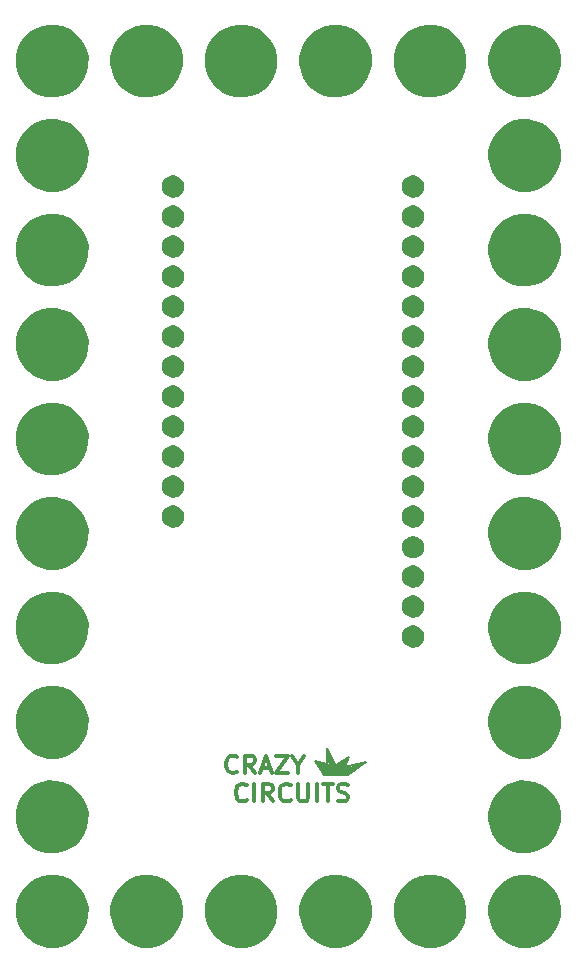
<source format=gts>
%TF.GenerationSoftware,KiCad,Pcbnew,4.0.7-e2-6376~58~ubuntu16.04.1*%
%TF.CreationDate,2018-02-08T08:24:49-08:00*%
%TF.ProjectId,6x10-Feather-Huzzah-ESP8266,367831302D466561746865722D48757A,1.0*%
%TF.FileFunction,Soldermask,Top*%
%FSLAX46Y46*%
G04 Gerber Fmt 4.6, Leading zero omitted, Abs format (unit mm)*
G04 Created by KiCad (PCBNEW 4.0.7-e2-6376~58~ubuntu16.04.1) date Thu Feb  8 08:24:49 2018*
%MOMM*%
%LPD*%
G01*
G04 APERTURE LIST*
%ADD10C,0.350000*%
%ADD11C,0.300000*%
%ADD12C,0.152400*%
%ADD13C,0.254000*%
G04 APERTURE END LIST*
D10*
D11*
X79211172Y-95861914D02*
X79139743Y-95933343D01*
X78925457Y-96004771D01*
X78782600Y-96004771D01*
X78568315Y-95933343D01*
X78425457Y-95790486D01*
X78354029Y-95647629D01*
X78282600Y-95361914D01*
X78282600Y-95147629D01*
X78354029Y-94861914D01*
X78425457Y-94719057D01*
X78568315Y-94576200D01*
X78782600Y-94504771D01*
X78925457Y-94504771D01*
X79139743Y-94576200D01*
X79211172Y-94647629D01*
X79854029Y-96004771D02*
X79854029Y-94504771D01*
X81425458Y-96004771D02*
X80925458Y-95290486D01*
X80568315Y-96004771D02*
X80568315Y-94504771D01*
X81139743Y-94504771D01*
X81282601Y-94576200D01*
X81354029Y-94647629D01*
X81425458Y-94790486D01*
X81425458Y-95004771D01*
X81354029Y-95147629D01*
X81282601Y-95219057D01*
X81139743Y-95290486D01*
X80568315Y-95290486D01*
X82925458Y-95861914D02*
X82854029Y-95933343D01*
X82639743Y-96004771D01*
X82496886Y-96004771D01*
X82282601Y-95933343D01*
X82139743Y-95790486D01*
X82068315Y-95647629D01*
X81996886Y-95361914D01*
X81996886Y-95147629D01*
X82068315Y-94861914D01*
X82139743Y-94719057D01*
X82282601Y-94576200D01*
X82496886Y-94504771D01*
X82639743Y-94504771D01*
X82854029Y-94576200D01*
X82925458Y-94647629D01*
X83568315Y-94504771D02*
X83568315Y-95719057D01*
X83639743Y-95861914D01*
X83711172Y-95933343D01*
X83854029Y-96004771D01*
X84139743Y-96004771D01*
X84282601Y-95933343D01*
X84354029Y-95861914D01*
X84425458Y-95719057D01*
X84425458Y-94504771D01*
X85139744Y-96004771D02*
X85139744Y-94504771D01*
X85639744Y-94504771D02*
X86496887Y-94504771D01*
X86068316Y-96004771D02*
X86068316Y-94504771D01*
X86925458Y-95933343D02*
X87139744Y-96004771D01*
X87496887Y-96004771D01*
X87639744Y-95933343D01*
X87711173Y-95861914D01*
X87782601Y-95719057D01*
X87782601Y-95576200D01*
X87711173Y-95433343D01*
X87639744Y-95361914D01*
X87496887Y-95290486D01*
X87211173Y-95219057D01*
X87068315Y-95147629D01*
X86996887Y-95076200D01*
X86925458Y-94933343D01*
X86925458Y-94790486D01*
X86996887Y-94647629D01*
X87068315Y-94576200D01*
X87211173Y-94504771D01*
X87568315Y-94504771D01*
X87782601Y-94576200D01*
X78410087Y-93474314D02*
X78338658Y-93545743D01*
X78124372Y-93617171D01*
X77981515Y-93617171D01*
X77767230Y-93545743D01*
X77624372Y-93402886D01*
X77552944Y-93260029D01*
X77481515Y-92974314D01*
X77481515Y-92760029D01*
X77552944Y-92474314D01*
X77624372Y-92331457D01*
X77767230Y-92188600D01*
X77981515Y-92117171D01*
X78124372Y-92117171D01*
X78338658Y-92188600D01*
X78410087Y-92260029D01*
X79910087Y-93617171D02*
X79410087Y-92902886D01*
X79052944Y-93617171D02*
X79052944Y-92117171D01*
X79624372Y-92117171D01*
X79767230Y-92188600D01*
X79838658Y-92260029D01*
X79910087Y-92402886D01*
X79910087Y-92617171D01*
X79838658Y-92760029D01*
X79767230Y-92831457D01*
X79624372Y-92902886D01*
X79052944Y-92902886D01*
X80481515Y-93188600D02*
X81195801Y-93188600D01*
X80338658Y-93617171D02*
X80838658Y-92117171D01*
X81338658Y-93617171D01*
X81695801Y-92117171D02*
X82695801Y-92117171D01*
X81695801Y-93617171D01*
X82695801Y-93617171D01*
X83552943Y-92902886D02*
X83552943Y-93617171D01*
X83052943Y-92117171D02*
X83552943Y-92902886D01*
X84052943Y-92117171D01*
D12*
X88900000Y-92773500D02*
X87757000Y-93726000D01*
X87566500Y-93726000D02*
X88900000Y-92773500D01*
X88519000Y-92900500D02*
X87566500Y-93726000D01*
X87439500Y-93662500D02*
X88519000Y-92900500D01*
X88328500Y-92964000D02*
X87439500Y-93662500D01*
X87185500Y-93726000D02*
X88328500Y-92964000D01*
X88011000Y-93091000D02*
X87185500Y-93726000D01*
X87058500Y-93662500D02*
X88011000Y-93091000D01*
X87820500Y-93091000D02*
X87058500Y-93662500D01*
X87058500Y-93535500D02*
X87820500Y-93091000D01*
X87566500Y-93091000D02*
X87058500Y-93535500D01*
X86995000Y-93408500D02*
X87566500Y-93091000D01*
X87566500Y-92900500D02*
X86995000Y-93408500D01*
X87566500Y-92773500D02*
X86931500Y-93281500D01*
X87693500Y-92583000D02*
X86868000Y-93154500D01*
X87693500Y-92456000D02*
X86868000Y-93027500D01*
D13*
X85852000Y-93662500D02*
X85217000Y-92773500D01*
D12*
X87757000Y-93789500D02*
X85788500Y-93789500D01*
X89344500Y-92646500D02*
X87757000Y-93789500D01*
X87566500Y-93091000D02*
X89344500Y-92646500D01*
X87884000Y-92202000D02*
X87566500Y-93091000D01*
X86804500Y-92900500D02*
X87884000Y-92202000D01*
X85979000Y-91440000D02*
X86804500Y-92964000D01*
X86042500Y-92837000D02*
X85979000Y-91440000D01*
X84963000Y-92583000D02*
X86042500Y-92837000D01*
X85788500Y-93789500D02*
X84963000Y-92583000D01*
D13*
X86042500Y-93662500D02*
X85407500Y-92773500D01*
X86233000Y-93662500D02*
X85661500Y-92837000D01*
X86360000Y-93662500D02*
X85915500Y-92900500D01*
X86614000Y-93662500D02*
X86169500Y-92837000D01*
X86804500Y-93662500D02*
X86233000Y-92583000D01*
X86995000Y-93662500D02*
X86106000Y-91948000D01*
X86169500Y-92646500D02*
X86106000Y-91821000D01*
D10*
G36*
X63067110Y-102233247D02*
X63658055Y-102354551D01*
X64214198Y-102588332D01*
X64714334Y-102925678D01*
X65139421Y-103353743D01*
X65473266Y-103856221D01*
X65703156Y-104413976D01*
X65820264Y-105005414D01*
X65820264Y-105005424D01*
X65820331Y-105005763D01*
X65810710Y-105694816D01*
X65810633Y-105695154D01*
X65810633Y-105695162D01*
X65677057Y-106283101D01*
X65431685Y-106834216D01*
X65083937Y-107327178D01*
X64647062Y-107743209D01*
X64137700Y-108066461D01*
X63575254Y-108284619D01*
X62981147Y-108389376D01*
X62378003Y-108376742D01*
X61788800Y-108247197D01*
X61235982Y-108005677D01*
X60740607Y-107661382D01*
X60321537Y-107227423D01*
X59994738Y-106720330D01*
X59772656Y-106159414D01*
X59663755Y-105566058D01*
X59672177Y-104962841D01*
X59797606Y-104372747D01*
X60035259Y-103818258D01*
X60376091Y-103320488D01*
X60807112Y-102898400D01*
X61311913Y-102568068D01*
X61871259Y-102342077D01*
X62463845Y-102229036D01*
X63067110Y-102233247D01*
X63067110Y-102233247D01*
G37*
G36*
X71066110Y-102233247D02*
X71657055Y-102354551D01*
X72213198Y-102588332D01*
X72713334Y-102925678D01*
X73138421Y-103353743D01*
X73472266Y-103856221D01*
X73702156Y-104413976D01*
X73819264Y-105005414D01*
X73819264Y-105005424D01*
X73819331Y-105005763D01*
X73809710Y-105694816D01*
X73809633Y-105695154D01*
X73809633Y-105695162D01*
X73676057Y-106283101D01*
X73430685Y-106834216D01*
X73082937Y-107327178D01*
X72646062Y-107743209D01*
X72136700Y-108066461D01*
X71574254Y-108284619D01*
X70980147Y-108389376D01*
X70377003Y-108376742D01*
X69787800Y-108247197D01*
X69234982Y-108005677D01*
X68739607Y-107661382D01*
X68320537Y-107227423D01*
X67993738Y-106720330D01*
X67771656Y-106159414D01*
X67662755Y-105566058D01*
X67671177Y-104962841D01*
X67796606Y-104372747D01*
X68034259Y-103818258D01*
X68375091Y-103320488D01*
X68806112Y-102898400D01*
X69310913Y-102568068D01*
X69870259Y-102342077D01*
X70462845Y-102229036D01*
X71066110Y-102233247D01*
X71066110Y-102233247D01*
G37*
G36*
X87066110Y-102233247D02*
X87657055Y-102354551D01*
X88213198Y-102588332D01*
X88713334Y-102925678D01*
X89138421Y-103353743D01*
X89472266Y-103856221D01*
X89702156Y-104413976D01*
X89819264Y-105005414D01*
X89819264Y-105005424D01*
X89819331Y-105005763D01*
X89809710Y-105694816D01*
X89809633Y-105695154D01*
X89809633Y-105695162D01*
X89676057Y-106283101D01*
X89430685Y-106834216D01*
X89082937Y-107327178D01*
X88646062Y-107743209D01*
X88136700Y-108066461D01*
X87574254Y-108284619D01*
X86980147Y-108389376D01*
X86377003Y-108376742D01*
X85787800Y-108247197D01*
X85234982Y-108005677D01*
X84739607Y-107661382D01*
X84320537Y-107227423D01*
X83993738Y-106720330D01*
X83771656Y-106159414D01*
X83662755Y-105566058D01*
X83671177Y-104962841D01*
X83796606Y-104372747D01*
X84034259Y-103818258D01*
X84375091Y-103320488D01*
X84806112Y-102898400D01*
X85310913Y-102568068D01*
X85870259Y-102342077D01*
X86462845Y-102229036D01*
X87066110Y-102233247D01*
X87066110Y-102233247D01*
G37*
G36*
X79066110Y-102233247D02*
X79657055Y-102354551D01*
X80213198Y-102588332D01*
X80713334Y-102925678D01*
X81138421Y-103353743D01*
X81472266Y-103856221D01*
X81702156Y-104413976D01*
X81819264Y-105005414D01*
X81819264Y-105005424D01*
X81819331Y-105005763D01*
X81809710Y-105694816D01*
X81809633Y-105695154D01*
X81809633Y-105695162D01*
X81676057Y-106283101D01*
X81430685Y-106834216D01*
X81082937Y-107327178D01*
X80646062Y-107743209D01*
X80136700Y-108066461D01*
X79574254Y-108284619D01*
X78980147Y-108389376D01*
X78377003Y-108376742D01*
X77787800Y-108247197D01*
X77234982Y-108005677D01*
X76739607Y-107661382D01*
X76320537Y-107227423D01*
X75993738Y-106720330D01*
X75771656Y-106159414D01*
X75662755Y-105566058D01*
X75671177Y-104962841D01*
X75796606Y-104372747D01*
X76034259Y-103818258D01*
X76375091Y-103320488D01*
X76806112Y-102898400D01*
X77310913Y-102568068D01*
X77870259Y-102342077D01*
X78462845Y-102229036D01*
X79066110Y-102233247D01*
X79066110Y-102233247D01*
G37*
G36*
X103066110Y-102233247D02*
X103657055Y-102354551D01*
X104213198Y-102588332D01*
X104713334Y-102925678D01*
X105138421Y-103353743D01*
X105472266Y-103856221D01*
X105702156Y-104413976D01*
X105819264Y-105005414D01*
X105819264Y-105005424D01*
X105819331Y-105005763D01*
X105809710Y-105694816D01*
X105809633Y-105695154D01*
X105809633Y-105695162D01*
X105676057Y-106283101D01*
X105430685Y-106834216D01*
X105082937Y-107327178D01*
X104646062Y-107743209D01*
X104136700Y-108066461D01*
X103574254Y-108284619D01*
X102980147Y-108389376D01*
X102377003Y-108376742D01*
X101787800Y-108247197D01*
X101234982Y-108005677D01*
X100739607Y-107661382D01*
X100320537Y-107227423D01*
X99993738Y-106720330D01*
X99771656Y-106159414D01*
X99662755Y-105566058D01*
X99671177Y-104962841D01*
X99796606Y-104372747D01*
X100034259Y-103818258D01*
X100375091Y-103320488D01*
X100806112Y-102898400D01*
X101310913Y-102568068D01*
X101870259Y-102342077D01*
X102462845Y-102229036D01*
X103066110Y-102233247D01*
X103066110Y-102233247D01*
G37*
G36*
X95066110Y-102233247D02*
X95657055Y-102354551D01*
X96213198Y-102588332D01*
X96713334Y-102925678D01*
X97138421Y-103353743D01*
X97472266Y-103856221D01*
X97702156Y-104413976D01*
X97819264Y-105005414D01*
X97819264Y-105005424D01*
X97819331Y-105005763D01*
X97809710Y-105694816D01*
X97809633Y-105695154D01*
X97809633Y-105695162D01*
X97676057Y-106283101D01*
X97430685Y-106834216D01*
X97082937Y-107327178D01*
X96646062Y-107743209D01*
X96136700Y-108066461D01*
X95574254Y-108284619D01*
X94980147Y-108389376D01*
X94377003Y-108376742D01*
X93787800Y-108247197D01*
X93234982Y-108005677D01*
X92739607Y-107661382D01*
X92320537Y-107227423D01*
X91993738Y-106720330D01*
X91771656Y-106159414D01*
X91662755Y-105566058D01*
X91671177Y-104962841D01*
X91796606Y-104372747D01*
X92034259Y-103818258D01*
X92375091Y-103320488D01*
X92806112Y-102898400D01*
X93310913Y-102568068D01*
X93870259Y-102342077D01*
X94462845Y-102229036D01*
X95066110Y-102233247D01*
X95066110Y-102233247D01*
G37*
G36*
X63067110Y-94233247D02*
X63658055Y-94354551D01*
X64214198Y-94588332D01*
X64714334Y-94925678D01*
X65139421Y-95353743D01*
X65473266Y-95856221D01*
X65703156Y-96413976D01*
X65820264Y-97005414D01*
X65820264Y-97005424D01*
X65820331Y-97005763D01*
X65810710Y-97694816D01*
X65810633Y-97695154D01*
X65810633Y-97695162D01*
X65677057Y-98283101D01*
X65431685Y-98834216D01*
X65083937Y-99327178D01*
X64647062Y-99743209D01*
X64137700Y-100066461D01*
X63575254Y-100284619D01*
X62981147Y-100389376D01*
X62378003Y-100376742D01*
X61788800Y-100247197D01*
X61235982Y-100005677D01*
X60740607Y-99661382D01*
X60321537Y-99227423D01*
X59994738Y-98720330D01*
X59772656Y-98159414D01*
X59663755Y-97566058D01*
X59672177Y-96962841D01*
X59797606Y-96372747D01*
X60035259Y-95818258D01*
X60376091Y-95320488D01*
X60807112Y-94898400D01*
X61311913Y-94568068D01*
X61871259Y-94342077D01*
X62463845Y-94229036D01*
X63067110Y-94233247D01*
X63067110Y-94233247D01*
G37*
G36*
X103066110Y-94233247D02*
X103657055Y-94354551D01*
X104213198Y-94588332D01*
X104713334Y-94925678D01*
X105138421Y-95353743D01*
X105472266Y-95856221D01*
X105702156Y-96413976D01*
X105819264Y-97005414D01*
X105819264Y-97005424D01*
X105819331Y-97005763D01*
X105809710Y-97694816D01*
X105809633Y-97695154D01*
X105809633Y-97695162D01*
X105676057Y-98283101D01*
X105430685Y-98834216D01*
X105082937Y-99327178D01*
X104646062Y-99743209D01*
X104136700Y-100066461D01*
X103574254Y-100284619D01*
X102980147Y-100389376D01*
X102377003Y-100376742D01*
X101787800Y-100247197D01*
X101234982Y-100005677D01*
X100739607Y-99661382D01*
X100320537Y-99227423D01*
X99993738Y-98720330D01*
X99771656Y-98159414D01*
X99662755Y-97566058D01*
X99671177Y-96962841D01*
X99796606Y-96372747D01*
X100034259Y-95818258D01*
X100375091Y-95320488D01*
X100806112Y-94898400D01*
X101310913Y-94568068D01*
X101870259Y-94342077D01*
X102462845Y-94229036D01*
X103066110Y-94233247D01*
X103066110Y-94233247D01*
G37*
G36*
X103066110Y-86233247D02*
X103657055Y-86354551D01*
X104213198Y-86588332D01*
X104713334Y-86925678D01*
X105138421Y-87353743D01*
X105472266Y-87856221D01*
X105702156Y-88413976D01*
X105819264Y-89005414D01*
X105819264Y-89005424D01*
X105819331Y-89005763D01*
X105809710Y-89694816D01*
X105809633Y-89695154D01*
X105809633Y-89695162D01*
X105676057Y-90283101D01*
X105430685Y-90834216D01*
X105082937Y-91327178D01*
X104646062Y-91743209D01*
X104136700Y-92066461D01*
X103574254Y-92284619D01*
X102980147Y-92389376D01*
X102377003Y-92376742D01*
X101787800Y-92247197D01*
X101234982Y-92005677D01*
X100739607Y-91661382D01*
X100320537Y-91227423D01*
X99993738Y-90720330D01*
X99771656Y-90159414D01*
X99662755Y-89566058D01*
X99671177Y-88962841D01*
X99796606Y-88372747D01*
X100034259Y-87818258D01*
X100375091Y-87320488D01*
X100806112Y-86898400D01*
X101310913Y-86568068D01*
X101870259Y-86342077D01*
X102462845Y-86229036D01*
X103066110Y-86233247D01*
X103066110Y-86233247D01*
G37*
G36*
X63067110Y-86233247D02*
X63658055Y-86354551D01*
X64214198Y-86588332D01*
X64714334Y-86925678D01*
X65139421Y-87353743D01*
X65473266Y-87856221D01*
X65703156Y-88413976D01*
X65820264Y-89005414D01*
X65820264Y-89005424D01*
X65820331Y-89005763D01*
X65810710Y-89694816D01*
X65810633Y-89695154D01*
X65810633Y-89695162D01*
X65677057Y-90283101D01*
X65431685Y-90834216D01*
X65083937Y-91327178D01*
X64647062Y-91743209D01*
X64137700Y-92066461D01*
X63575254Y-92284619D01*
X62981147Y-92389376D01*
X62378003Y-92376742D01*
X61788800Y-92247197D01*
X61235982Y-92005677D01*
X60740607Y-91661382D01*
X60321537Y-91227423D01*
X59994738Y-90720330D01*
X59772656Y-90159414D01*
X59663755Y-89566058D01*
X59672177Y-88962841D01*
X59797606Y-88372747D01*
X60035259Y-87818258D01*
X60376091Y-87320488D01*
X60807112Y-86898400D01*
X61311913Y-86568068D01*
X61871259Y-86342077D01*
X62463845Y-86229036D01*
X63067110Y-86233247D01*
X63067110Y-86233247D01*
G37*
G36*
X103066110Y-78233247D02*
X103657055Y-78354551D01*
X104213198Y-78588332D01*
X104713334Y-78925678D01*
X105138421Y-79353743D01*
X105472266Y-79856221D01*
X105702156Y-80413976D01*
X105819264Y-81005414D01*
X105819264Y-81005424D01*
X105819331Y-81005763D01*
X105809710Y-81694816D01*
X105809633Y-81695154D01*
X105809633Y-81695162D01*
X105676057Y-82283101D01*
X105430685Y-82834216D01*
X105082937Y-83327178D01*
X104646062Y-83743209D01*
X104136700Y-84066461D01*
X103574254Y-84284619D01*
X102980147Y-84389376D01*
X102377003Y-84376742D01*
X101787800Y-84247197D01*
X101234982Y-84005677D01*
X100739607Y-83661382D01*
X100320537Y-83227423D01*
X99993738Y-82720330D01*
X99771656Y-82159414D01*
X99662755Y-81566058D01*
X99671177Y-80962841D01*
X99796606Y-80372747D01*
X100034259Y-79818258D01*
X100375091Y-79320488D01*
X100806112Y-78898400D01*
X101310913Y-78568068D01*
X101870259Y-78342077D01*
X102462845Y-78229036D01*
X103066110Y-78233247D01*
X103066110Y-78233247D01*
G37*
G36*
X63067110Y-78233247D02*
X63658055Y-78354551D01*
X64214198Y-78588332D01*
X64714334Y-78925678D01*
X65139421Y-79353743D01*
X65473266Y-79856221D01*
X65703156Y-80413976D01*
X65820264Y-81005414D01*
X65820264Y-81005424D01*
X65820331Y-81005763D01*
X65810710Y-81694816D01*
X65810633Y-81695154D01*
X65810633Y-81695162D01*
X65677057Y-82283101D01*
X65431685Y-82834216D01*
X65083937Y-83327178D01*
X64647062Y-83743209D01*
X64137700Y-84066461D01*
X63575254Y-84284619D01*
X62981147Y-84389376D01*
X62378003Y-84376742D01*
X61788800Y-84247197D01*
X61235982Y-84005677D01*
X60740607Y-83661382D01*
X60321537Y-83227423D01*
X59994738Y-82720330D01*
X59772656Y-82159414D01*
X59663755Y-81566058D01*
X59672177Y-80962841D01*
X59797606Y-80372747D01*
X60035259Y-79818258D01*
X60376091Y-79320488D01*
X60807112Y-78898400D01*
X61311913Y-78568068D01*
X61871259Y-78342077D01*
X62463845Y-78229036D01*
X63067110Y-78233247D01*
X63067110Y-78233247D01*
G37*
G36*
X93389715Y-81105224D02*
X93570248Y-81142283D01*
X93740158Y-81213706D01*
X93892949Y-81316766D01*
X94022821Y-81447546D01*
X94124810Y-81601053D01*
X94195043Y-81771451D01*
X94230772Y-81951899D01*
X94230772Y-81951904D01*
X94230840Y-81952248D01*
X94227901Y-82162758D01*
X94227824Y-82163096D01*
X94227824Y-82163106D01*
X94187070Y-82342486D01*
X94112108Y-82510852D01*
X94005868Y-82661456D01*
X93872399Y-82788557D01*
X93716784Y-82887314D01*
X93544954Y-82953962D01*
X93363452Y-82985966D01*
X93179186Y-82982106D01*
X92999179Y-82942529D01*
X92830288Y-82868743D01*
X92678950Y-82763560D01*
X92550921Y-82630982D01*
X92451081Y-82476061D01*
X92383232Y-82304693D01*
X92349963Y-82123423D01*
X92352535Y-81939136D01*
X92390856Y-81758856D01*
X92463459Y-81589457D01*
X92567587Y-81437384D01*
X92699266Y-81308433D01*
X92853487Y-81207514D01*
X93024372Y-81138472D01*
X93205409Y-81103938D01*
X93389715Y-81105224D01*
X93389715Y-81105224D01*
G37*
G36*
X93389715Y-78565224D02*
X93570248Y-78602283D01*
X93740158Y-78673706D01*
X93892949Y-78776766D01*
X94022821Y-78907546D01*
X94124810Y-79061053D01*
X94195043Y-79231451D01*
X94230772Y-79411899D01*
X94230772Y-79411904D01*
X94230840Y-79412248D01*
X94227901Y-79622758D01*
X94227824Y-79623096D01*
X94227824Y-79623106D01*
X94187070Y-79802486D01*
X94112108Y-79970852D01*
X94005868Y-80121456D01*
X93872399Y-80248557D01*
X93716784Y-80347314D01*
X93544954Y-80413962D01*
X93363452Y-80445966D01*
X93179186Y-80442106D01*
X92999179Y-80402529D01*
X92830288Y-80328743D01*
X92678950Y-80223560D01*
X92550921Y-80090982D01*
X92451081Y-79936061D01*
X92383232Y-79764693D01*
X92349963Y-79583423D01*
X92352535Y-79399136D01*
X92390856Y-79218856D01*
X92463459Y-79049457D01*
X92567587Y-78897384D01*
X92699266Y-78768433D01*
X92853487Y-78667514D01*
X93024372Y-78598472D01*
X93205409Y-78563938D01*
X93389715Y-78565224D01*
X93389715Y-78565224D01*
G37*
G36*
X93389715Y-76025224D02*
X93570248Y-76062283D01*
X93740158Y-76133706D01*
X93892949Y-76236766D01*
X94022821Y-76367546D01*
X94124810Y-76521053D01*
X94195043Y-76691451D01*
X94230772Y-76871899D01*
X94230772Y-76871904D01*
X94230840Y-76872248D01*
X94227901Y-77082758D01*
X94227824Y-77083096D01*
X94227824Y-77083106D01*
X94187070Y-77262486D01*
X94112108Y-77430852D01*
X94005868Y-77581456D01*
X93872399Y-77708557D01*
X93716784Y-77807314D01*
X93544954Y-77873962D01*
X93363452Y-77905966D01*
X93179186Y-77902106D01*
X92999179Y-77862529D01*
X92830288Y-77788743D01*
X92678950Y-77683560D01*
X92550921Y-77550982D01*
X92451081Y-77396061D01*
X92383232Y-77224693D01*
X92349963Y-77043423D01*
X92352535Y-76859136D01*
X92390856Y-76678856D01*
X92463459Y-76509457D01*
X92567587Y-76357384D01*
X92699266Y-76228433D01*
X92853487Y-76127514D01*
X93024372Y-76058472D01*
X93205409Y-76023938D01*
X93389715Y-76025224D01*
X93389715Y-76025224D01*
G37*
G36*
X63066110Y-70233247D02*
X63657055Y-70354551D01*
X64213198Y-70588332D01*
X64713334Y-70925678D01*
X65138421Y-71353743D01*
X65472266Y-71856221D01*
X65702156Y-72413976D01*
X65819264Y-73005414D01*
X65819264Y-73005424D01*
X65819331Y-73005763D01*
X65809710Y-73694816D01*
X65809633Y-73695154D01*
X65809633Y-73695162D01*
X65676057Y-74283101D01*
X65430685Y-74834216D01*
X65082937Y-75327178D01*
X64646062Y-75743209D01*
X64136700Y-76066461D01*
X63574254Y-76284619D01*
X62980147Y-76389376D01*
X62377003Y-76376742D01*
X61787800Y-76247197D01*
X61234982Y-76005677D01*
X60739607Y-75661382D01*
X60320537Y-75227423D01*
X59993738Y-74720330D01*
X59771656Y-74159414D01*
X59662755Y-73566058D01*
X59671177Y-72962841D01*
X59796606Y-72372747D01*
X60034259Y-71818258D01*
X60375091Y-71320488D01*
X60806112Y-70898400D01*
X61310913Y-70568068D01*
X61870259Y-70342077D01*
X62462845Y-70229036D01*
X63066110Y-70233247D01*
X63066110Y-70233247D01*
G37*
G36*
X103066110Y-70233247D02*
X103657055Y-70354551D01*
X104213198Y-70588332D01*
X104713334Y-70925678D01*
X105138421Y-71353743D01*
X105472266Y-71856221D01*
X105702156Y-72413976D01*
X105819264Y-73005414D01*
X105819264Y-73005424D01*
X105819331Y-73005763D01*
X105809710Y-73694816D01*
X105809633Y-73695154D01*
X105809633Y-73695162D01*
X105676057Y-74283101D01*
X105430685Y-74834216D01*
X105082937Y-75327178D01*
X104646062Y-75743209D01*
X104136700Y-76066461D01*
X103574254Y-76284619D01*
X102980147Y-76389376D01*
X102377003Y-76376742D01*
X101787800Y-76247197D01*
X101234982Y-76005677D01*
X100739607Y-75661382D01*
X100320537Y-75227423D01*
X99993738Y-74720330D01*
X99771656Y-74159414D01*
X99662755Y-73566058D01*
X99671177Y-72962841D01*
X99796606Y-72372747D01*
X100034259Y-71818258D01*
X100375091Y-71320488D01*
X100806112Y-70898400D01*
X101310913Y-70568068D01*
X101870259Y-70342077D01*
X102462845Y-70229036D01*
X103066110Y-70233247D01*
X103066110Y-70233247D01*
G37*
G36*
X93389715Y-73546724D02*
X93570248Y-73583783D01*
X93740158Y-73655206D01*
X93892949Y-73758266D01*
X94022821Y-73889046D01*
X94124810Y-74042553D01*
X94195043Y-74212951D01*
X94230772Y-74393399D01*
X94230772Y-74393404D01*
X94230840Y-74393748D01*
X94227901Y-74604258D01*
X94227824Y-74604596D01*
X94227824Y-74604606D01*
X94187070Y-74783986D01*
X94112108Y-74952352D01*
X94005868Y-75102956D01*
X93872399Y-75230057D01*
X93716784Y-75328814D01*
X93544954Y-75395462D01*
X93363452Y-75427466D01*
X93179186Y-75423606D01*
X92999179Y-75384029D01*
X92830288Y-75310243D01*
X92678950Y-75205060D01*
X92550921Y-75072482D01*
X92451081Y-74917561D01*
X92383232Y-74746193D01*
X92349963Y-74564923D01*
X92352535Y-74380636D01*
X92390856Y-74200356D01*
X92463459Y-74030957D01*
X92567587Y-73878884D01*
X92699266Y-73749933D01*
X92853487Y-73649014D01*
X93024372Y-73579972D01*
X93205409Y-73545438D01*
X93389715Y-73546724D01*
X93389715Y-73546724D01*
G37*
G36*
X93389715Y-70945224D02*
X93570248Y-70982283D01*
X93740158Y-71053706D01*
X93892949Y-71156766D01*
X94022821Y-71287546D01*
X94124810Y-71441053D01*
X94195043Y-71611451D01*
X94230772Y-71791899D01*
X94230772Y-71791904D01*
X94230840Y-71792248D01*
X94227901Y-72002758D01*
X94227824Y-72003096D01*
X94227824Y-72003106D01*
X94187070Y-72182486D01*
X94112108Y-72350852D01*
X94005868Y-72501456D01*
X93872399Y-72628557D01*
X93716784Y-72727314D01*
X93544954Y-72793962D01*
X93363452Y-72825966D01*
X93179186Y-72822106D01*
X92999179Y-72782529D01*
X92830288Y-72708743D01*
X92678950Y-72603560D01*
X92550921Y-72470982D01*
X92451081Y-72316061D01*
X92383232Y-72144693D01*
X92349963Y-71963423D01*
X92352535Y-71779136D01*
X92390856Y-71598856D01*
X92463459Y-71429457D01*
X92567587Y-71277384D01*
X92699266Y-71148433D01*
X92853487Y-71047514D01*
X93024372Y-70978472D01*
X93205409Y-70943938D01*
X93389715Y-70945224D01*
X93389715Y-70945224D01*
G37*
G36*
X73069715Y-70945224D02*
X73250248Y-70982283D01*
X73420158Y-71053706D01*
X73572949Y-71156766D01*
X73702821Y-71287546D01*
X73804810Y-71441053D01*
X73875043Y-71611451D01*
X73910772Y-71791899D01*
X73910772Y-71791904D01*
X73910840Y-71792248D01*
X73907901Y-72002758D01*
X73907824Y-72003096D01*
X73907824Y-72003106D01*
X73867070Y-72182486D01*
X73792108Y-72350852D01*
X73685868Y-72501456D01*
X73552399Y-72628557D01*
X73396784Y-72727314D01*
X73224954Y-72793962D01*
X73043452Y-72825966D01*
X72859186Y-72822106D01*
X72679179Y-72782529D01*
X72510288Y-72708743D01*
X72358950Y-72603560D01*
X72230921Y-72470982D01*
X72131081Y-72316061D01*
X72063232Y-72144693D01*
X72029963Y-71963423D01*
X72032535Y-71779136D01*
X72070856Y-71598856D01*
X72143459Y-71429457D01*
X72247587Y-71277384D01*
X72379266Y-71148433D01*
X72533487Y-71047514D01*
X72704372Y-70978472D01*
X72885409Y-70943938D01*
X73069715Y-70945224D01*
X73069715Y-70945224D01*
G37*
G36*
X73069715Y-68405224D02*
X73250248Y-68442283D01*
X73420158Y-68513706D01*
X73572949Y-68616766D01*
X73702821Y-68747546D01*
X73804810Y-68901053D01*
X73875043Y-69071451D01*
X73910772Y-69251899D01*
X73910772Y-69251904D01*
X73910840Y-69252248D01*
X73907901Y-69462758D01*
X73907824Y-69463096D01*
X73907824Y-69463106D01*
X73867070Y-69642486D01*
X73792108Y-69810852D01*
X73685868Y-69961456D01*
X73552399Y-70088557D01*
X73396784Y-70187314D01*
X73224954Y-70253962D01*
X73043452Y-70285966D01*
X72859186Y-70282106D01*
X72679179Y-70242529D01*
X72510288Y-70168743D01*
X72358950Y-70063560D01*
X72230921Y-69930982D01*
X72131081Y-69776061D01*
X72063232Y-69604693D01*
X72029963Y-69423423D01*
X72032535Y-69239136D01*
X72070856Y-69058856D01*
X72143459Y-68889457D01*
X72247587Y-68737384D01*
X72379266Y-68608433D01*
X72533487Y-68507514D01*
X72704372Y-68438472D01*
X72885409Y-68403938D01*
X73069715Y-68405224D01*
X73069715Y-68405224D01*
G37*
G36*
X93389715Y-68405224D02*
X93570248Y-68442283D01*
X93740158Y-68513706D01*
X93892949Y-68616766D01*
X94022821Y-68747546D01*
X94124810Y-68901053D01*
X94195043Y-69071451D01*
X94230772Y-69251899D01*
X94230772Y-69251904D01*
X94230840Y-69252248D01*
X94227901Y-69462758D01*
X94227824Y-69463096D01*
X94227824Y-69463106D01*
X94187070Y-69642486D01*
X94112108Y-69810852D01*
X94005868Y-69961456D01*
X93872399Y-70088557D01*
X93716784Y-70187314D01*
X93544954Y-70253962D01*
X93363452Y-70285966D01*
X93179186Y-70282106D01*
X92999179Y-70242529D01*
X92830288Y-70168743D01*
X92678950Y-70063560D01*
X92550921Y-69930982D01*
X92451081Y-69776061D01*
X92383232Y-69604693D01*
X92349963Y-69423423D01*
X92352535Y-69239136D01*
X92390856Y-69058856D01*
X92463459Y-68889457D01*
X92567587Y-68737384D01*
X92699266Y-68608433D01*
X92853487Y-68507514D01*
X93024372Y-68438472D01*
X93205409Y-68403938D01*
X93389715Y-68405224D01*
X93389715Y-68405224D01*
G37*
G36*
X63067110Y-62233247D02*
X63658055Y-62354551D01*
X64214198Y-62588332D01*
X64714334Y-62925678D01*
X65139421Y-63353743D01*
X65473266Y-63856221D01*
X65703156Y-64413976D01*
X65820264Y-65005414D01*
X65820264Y-65005424D01*
X65820331Y-65005763D01*
X65810710Y-65694816D01*
X65810633Y-65695154D01*
X65810633Y-65695162D01*
X65677057Y-66283101D01*
X65431685Y-66834216D01*
X65083937Y-67327178D01*
X64647062Y-67743209D01*
X64137700Y-68066461D01*
X63575254Y-68284619D01*
X62981147Y-68389376D01*
X62378003Y-68376742D01*
X61788800Y-68247197D01*
X61235982Y-68005677D01*
X60740607Y-67661382D01*
X60321537Y-67227423D01*
X59994738Y-66720330D01*
X59772656Y-66159414D01*
X59663755Y-65566058D01*
X59672177Y-64962841D01*
X59797606Y-64372747D01*
X60035259Y-63818258D01*
X60376091Y-63320488D01*
X60807112Y-62898400D01*
X61311913Y-62568068D01*
X61871259Y-62342077D01*
X62463845Y-62229036D01*
X63067110Y-62233247D01*
X63067110Y-62233247D01*
G37*
G36*
X103066110Y-62233247D02*
X103657055Y-62354551D01*
X104213198Y-62588332D01*
X104713334Y-62925678D01*
X105138421Y-63353743D01*
X105472266Y-63856221D01*
X105702156Y-64413976D01*
X105819264Y-65005414D01*
X105819264Y-65005424D01*
X105819331Y-65005763D01*
X105809710Y-65694816D01*
X105809633Y-65695154D01*
X105809633Y-65695162D01*
X105676057Y-66283101D01*
X105430685Y-66834216D01*
X105082937Y-67327178D01*
X104646062Y-67743209D01*
X104136700Y-68066461D01*
X103574254Y-68284619D01*
X102980147Y-68389376D01*
X102377003Y-68376742D01*
X101787800Y-68247197D01*
X101234982Y-68005677D01*
X100739607Y-67661382D01*
X100320537Y-67227423D01*
X99993738Y-66720330D01*
X99771656Y-66159414D01*
X99662755Y-65566058D01*
X99671177Y-64962841D01*
X99796606Y-64372747D01*
X100034259Y-63818258D01*
X100375091Y-63320488D01*
X100806112Y-62898400D01*
X101310913Y-62568068D01*
X101870259Y-62342077D01*
X102462845Y-62229036D01*
X103066110Y-62233247D01*
X103066110Y-62233247D01*
G37*
G36*
X73069715Y-65865224D02*
X73250248Y-65902283D01*
X73420158Y-65973706D01*
X73572949Y-66076766D01*
X73702821Y-66207546D01*
X73804810Y-66361053D01*
X73875043Y-66531451D01*
X73910772Y-66711899D01*
X73910772Y-66711904D01*
X73910840Y-66712248D01*
X73907901Y-66922758D01*
X73907824Y-66923096D01*
X73907824Y-66923106D01*
X73867070Y-67102486D01*
X73792108Y-67270852D01*
X73685868Y-67421456D01*
X73552399Y-67548557D01*
X73396784Y-67647314D01*
X73224954Y-67713962D01*
X73043452Y-67745966D01*
X72859186Y-67742106D01*
X72679179Y-67702529D01*
X72510288Y-67628743D01*
X72358950Y-67523560D01*
X72230921Y-67390982D01*
X72131081Y-67236061D01*
X72063232Y-67064693D01*
X72029963Y-66883423D01*
X72032535Y-66699136D01*
X72070856Y-66518856D01*
X72143459Y-66349457D01*
X72247587Y-66197384D01*
X72379266Y-66068433D01*
X72533487Y-65967514D01*
X72704372Y-65898472D01*
X72885409Y-65863938D01*
X73069715Y-65865224D01*
X73069715Y-65865224D01*
G37*
G36*
X93389715Y-65865224D02*
X93570248Y-65902283D01*
X93740158Y-65973706D01*
X93892949Y-66076766D01*
X94022821Y-66207546D01*
X94124810Y-66361053D01*
X94195043Y-66531451D01*
X94230772Y-66711899D01*
X94230772Y-66711904D01*
X94230840Y-66712248D01*
X94227901Y-66922758D01*
X94227824Y-66923096D01*
X94227824Y-66923106D01*
X94187070Y-67102486D01*
X94112108Y-67270852D01*
X94005868Y-67421456D01*
X93872399Y-67548557D01*
X93716784Y-67647314D01*
X93544954Y-67713962D01*
X93363452Y-67745966D01*
X93179186Y-67742106D01*
X92999179Y-67702529D01*
X92830288Y-67628743D01*
X92678950Y-67523560D01*
X92550921Y-67390982D01*
X92451081Y-67236061D01*
X92383232Y-67064693D01*
X92349963Y-66883423D01*
X92352535Y-66699136D01*
X92390856Y-66518856D01*
X92463459Y-66349457D01*
X92567587Y-66197384D01*
X92699266Y-66068433D01*
X92853487Y-65967514D01*
X93024372Y-65898472D01*
X93205409Y-65863938D01*
X93389715Y-65865224D01*
X93389715Y-65865224D01*
G37*
G36*
X93389715Y-63325224D02*
X93570248Y-63362283D01*
X93740158Y-63433706D01*
X93892949Y-63536766D01*
X94022821Y-63667546D01*
X94124810Y-63821053D01*
X94195043Y-63991451D01*
X94230772Y-64171899D01*
X94230772Y-64171904D01*
X94230840Y-64172248D01*
X94227901Y-64382758D01*
X94227824Y-64383096D01*
X94227824Y-64383106D01*
X94187070Y-64562486D01*
X94112108Y-64730852D01*
X94005868Y-64881456D01*
X93872399Y-65008557D01*
X93716784Y-65107314D01*
X93544954Y-65173962D01*
X93363452Y-65205966D01*
X93179186Y-65202106D01*
X92999179Y-65162529D01*
X92830288Y-65088743D01*
X92678950Y-64983560D01*
X92550921Y-64850982D01*
X92451081Y-64696061D01*
X92383232Y-64524693D01*
X92349963Y-64343423D01*
X92352535Y-64159136D01*
X92390856Y-63978856D01*
X92463459Y-63809457D01*
X92567587Y-63657384D01*
X92699266Y-63528433D01*
X92853487Y-63427514D01*
X93024372Y-63358472D01*
X93205409Y-63323938D01*
X93389715Y-63325224D01*
X93389715Y-63325224D01*
G37*
G36*
X73069715Y-63325224D02*
X73250248Y-63362283D01*
X73420158Y-63433706D01*
X73572949Y-63536766D01*
X73702821Y-63667546D01*
X73804810Y-63821053D01*
X73875043Y-63991451D01*
X73910772Y-64171899D01*
X73910772Y-64171904D01*
X73910840Y-64172248D01*
X73907901Y-64382758D01*
X73907824Y-64383096D01*
X73907824Y-64383106D01*
X73867070Y-64562486D01*
X73792108Y-64730852D01*
X73685868Y-64881456D01*
X73552399Y-65008557D01*
X73396784Y-65107314D01*
X73224954Y-65173962D01*
X73043452Y-65205966D01*
X72859186Y-65202106D01*
X72679179Y-65162529D01*
X72510288Y-65088743D01*
X72358950Y-64983560D01*
X72230921Y-64850982D01*
X72131081Y-64696061D01*
X72063232Y-64524693D01*
X72029963Y-64343423D01*
X72032535Y-64159136D01*
X72070856Y-63978856D01*
X72143459Y-63809457D01*
X72247587Y-63657384D01*
X72379266Y-63528433D01*
X72533487Y-63427514D01*
X72704372Y-63358472D01*
X72885409Y-63323938D01*
X73069715Y-63325224D01*
X73069715Y-63325224D01*
G37*
G36*
X93389715Y-60785224D02*
X93570248Y-60822283D01*
X93740158Y-60893706D01*
X93892949Y-60996766D01*
X94022821Y-61127546D01*
X94124810Y-61281053D01*
X94195043Y-61451451D01*
X94230772Y-61631899D01*
X94230772Y-61631904D01*
X94230840Y-61632248D01*
X94227901Y-61842758D01*
X94227824Y-61843096D01*
X94227824Y-61843106D01*
X94187070Y-62022486D01*
X94112108Y-62190852D01*
X94005868Y-62341456D01*
X93872399Y-62468557D01*
X93716784Y-62567314D01*
X93544954Y-62633962D01*
X93363452Y-62665966D01*
X93179186Y-62662106D01*
X92999179Y-62622529D01*
X92830288Y-62548743D01*
X92678950Y-62443560D01*
X92550921Y-62310982D01*
X92451081Y-62156061D01*
X92383232Y-61984693D01*
X92349963Y-61803423D01*
X92352535Y-61619136D01*
X92390856Y-61438856D01*
X92463459Y-61269457D01*
X92567587Y-61117384D01*
X92699266Y-60988433D01*
X92853487Y-60887514D01*
X93024372Y-60818472D01*
X93205409Y-60783938D01*
X93389715Y-60785224D01*
X93389715Y-60785224D01*
G37*
G36*
X73069715Y-60785224D02*
X73250248Y-60822283D01*
X73420158Y-60893706D01*
X73572949Y-60996766D01*
X73702821Y-61127546D01*
X73804810Y-61281053D01*
X73875043Y-61451451D01*
X73910772Y-61631899D01*
X73910772Y-61631904D01*
X73910840Y-61632248D01*
X73907901Y-61842758D01*
X73907824Y-61843096D01*
X73907824Y-61843106D01*
X73867070Y-62022486D01*
X73792108Y-62190852D01*
X73685868Y-62341456D01*
X73552399Y-62468557D01*
X73396784Y-62567314D01*
X73224954Y-62633962D01*
X73043452Y-62665966D01*
X72859186Y-62662106D01*
X72679179Y-62622529D01*
X72510288Y-62548743D01*
X72358950Y-62443560D01*
X72230921Y-62310982D01*
X72131081Y-62156061D01*
X72063232Y-61984693D01*
X72029963Y-61803423D01*
X72032535Y-61619136D01*
X72070856Y-61438856D01*
X72143459Y-61269457D01*
X72247587Y-61117384D01*
X72379266Y-60988433D01*
X72533487Y-60887514D01*
X72704372Y-60818472D01*
X72885409Y-60783938D01*
X73069715Y-60785224D01*
X73069715Y-60785224D01*
G37*
G36*
X63066110Y-54233247D02*
X63657055Y-54354551D01*
X64213198Y-54588332D01*
X64713334Y-54925678D01*
X65138421Y-55353743D01*
X65472266Y-55856221D01*
X65702156Y-56413976D01*
X65819264Y-57005414D01*
X65819264Y-57005424D01*
X65819331Y-57005763D01*
X65809710Y-57694816D01*
X65809633Y-57695154D01*
X65809633Y-57695162D01*
X65676057Y-58283101D01*
X65430685Y-58834216D01*
X65082937Y-59327178D01*
X64646062Y-59743209D01*
X64136700Y-60066461D01*
X63574254Y-60284619D01*
X62980147Y-60389376D01*
X62377003Y-60376742D01*
X61787800Y-60247197D01*
X61234982Y-60005677D01*
X60739607Y-59661382D01*
X60320537Y-59227423D01*
X59993738Y-58720330D01*
X59771656Y-58159414D01*
X59662755Y-57566058D01*
X59671177Y-56962841D01*
X59796606Y-56372747D01*
X60034259Y-55818258D01*
X60375091Y-55320488D01*
X60806112Y-54898400D01*
X61310913Y-54568068D01*
X61870259Y-54342077D01*
X62462845Y-54229036D01*
X63066110Y-54233247D01*
X63066110Y-54233247D01*
G37*
G36*
X103066110Y-54233247D02*
X103657055Y-54354551D01*
X104213198Y-54588332D01*
X104713334Y-54925678D01*
X105138421Y-55353743D01*
X105472266Y-55856221D01*
X105702156Y-56413976D01*
X105819264Y-57005414D01*
X105819264Y-57005424D01*
X105819331Y-57005763D01*
X105809710Y-57694816D01*
X105809633Y-57695154D01*
X105809633Y-57695162D01*
X105676057Y-58283101D01*
X105430685Y-58834216D01*
X105082937Y-59327178D01*
X104646062Y-59743209D01*
X104136700Y-60066461D01*
X103574254Y-60284619D01*
X102980147Y-60389376D01*
X102377003Y-60376742D01*
X101787800Y-60247197D01*
X101234982Y-60005677D01*
X100739607Y-59661382D01*
X100320537Y-59227423D01*
X99993738Y-58720330D01*
X99771656Y-58159414D01*
X99662755Y-57566058D01*
X99671177Y-56962841D01*
X99796606Y-56372747D01*
X100034259Y-55818258D01*
X100375091Y-55320488D01*
X100806112Y-54898400D01*
X101310913Y-54568068D01*
X101870259Y-54342077D01*
X102462845Y-54229036D01*
X103066110Y-54233247D01*
X103066110Y-54233247D01*
G37*
G36*
X73069715Y-58245224D02*
X73250248Y-58282283D01*
X73420158Y-58353706D01*
X73572949Y-58456766D01*
X73702821Y-58587546D01*
X73804810Y-58741053D01*
X73875043Y-58911451D01*
X73910772Y-59091899D01*
X73910772Y-59091904D01*
X73910840Y-59092248D01*
X73907901Y-59302758D01*
X73907824Y-59303096D01*
X73907824Y-59303106D01*
X73867070Y-59482486D01*
X73792108Y-59650852D01*
X73685868Y-59801456D01*
X73552399Y-59928557D01*
X73396784Y-60027314D01*
X73224954Y-60093962D01*
X73043452Y-60125966D01*
X72859186Y-60122106D01*
X72679179Y-60082529D01*
X72510288Y-60008743D01*
X72358950Y-59903560D01*
X72230921Y-59770982D01*
X72131081Y-59616061D01*
X72063232Y-59444693D01*
X72029963Y-59263423D01*
X72032535Y-59079136D01*
X72070856Y-58898856D01*
X72143459Y-58729457D01*
X72247587Y-58577384D01*
X72379266Y-58448433D01*
X72533487Y-58347514D01*
X72704372Y-58278472D01*
X72885409Y-58243938D01*
X73069715Y-58245224D01*
X73069715Y-58245224D01*
G37*
G36*
X93389715Y-58245224D02*
X93570248Y-58282283D01*
X93740158Y-58353706D01*
X93892949Y-58456766D01*
X94022821Y-58587546D01*
X94124810Y-58741053D01*
X94195043Y-58911451D01*
X94230772Y-59091899D01*
X94230772Y-59091904D01*
X94230840Y-59092248D01*
X94227901Y-59302758D01*
X94227824Y-59303096D01*
X94227824Y-59303106D01*
X94187070Y-59482486D01*
X94112108Y-59650852D01*
X94005868Y-59801456D01*
X93872399Y-59928557D01*
X93716784Y-60027314D01*
X93544954Y-60093962D01*
X93363452Y-60125966D01*
X93179186Y-60122106D01*
X92999179Y-60082529D01*
X92830288Y-60008743D01*
X92678950Y-59903560D01*
X92550921Y-59770982D01*
X92451081Y-59616061D01*
X92383232Y-59444693D01*
X92349963Y-59263423D01*
X92352535Y-59079136D01*
X92390856Y-58898856D01*
X92463459Y-58729457D01*
X92567587Y-58577384D01*
X92699266Y-58448433D01*
X92853487Y-58347514D01*
X93024372Y-58278472D01*
X93205409Y-58243938D01*
X93389715Y-58245224D01*
X93389715Y-58245224D01*
G37*
G36*
X73069715Y-55705224D02*
X73250248Y-55742283D01*
X73420158Y-55813706D01*
X73572949Y-55916766D01*
X73702821Y-56047546D01*
X73804810Y-56201053D01*
X73875043Y-56371451D01*
X73910772Y-56551899D01*
X73910772Y-56551904D01*
X73910840Y-56552248D01*
X73907901Y-56762758D01*
X73907824Y-56763096D01*
X73907824Y-56763106D01*
X73867070Y-56942486D01*
X73792108Y-57110852D01*
X73685868Y-57261456D01*
X73552399Y-57388557D01*
X73396784Y-57487314D01*
X73224954Y-57553962D01*
X73043452Y-57585966D01*
X72859186Y-57582106D01*
X72679179Y-57542529D01*
X72510288Y-57468743D01*
X72358950Y-57363560D01*
X72230921Y-57230982D01*
X72131081Y-57076061D01*
X72063232Y-56904693D01*
X72029963Y-56723423D01*
X72032535Y-56539136D01*
X72070856Y-56358856D01*
X72143459Y-56189457D01*
X72247587Y-56037384D01*
X72379266Y-55908433D01*
X72533487Y-55807514D01*
X72704372Y-55738472D01*
X72885409Y-55703938D01*
X73069715Y-55705224D01*
X73069715Y-55705224D01*
G37*
G36*
X93389715Y-55705224D02*
X93570248Y-55742283D01*
X93740158Y-55813706D01*
X93892949Y-55916766D01*
X94022821Y-56047546D01*
X94124810Y-56201053D01*
X94195043Y-56371451D01*
X94230772Y-56551899D01*
X94230772Y-56551904D01*
X94230840Y-56552248D01*
X94227901Y-56762758D01*
X94227824Y-56763096D01*
X94227824Y-56763106D01*
X94187070Y-56942486D01*
X94112108Y-57110852D01*
X94005868Y-57261456D01*
X93872399Y-57388557D01*
X93716784Y-57487314D01*
X93544954Y-57553962D01*
X93363452Y-57585966D01*
X93179186Y-57582106D01*
X92999179Y-57542529D01*
X92830288Y-57468743D01*
X92678950Y-57363560D01*
X92550921Y-57230982D01*
X92451081Y-57076061D01*
X92383232Y-56904693D01*
X92349963Y-56723423D01*
X92352535Y-56539136D01*
X92390856Y-56358856D01*
X92463459Y-56189457D01*
X92567587Y-56037384D01*
X92699266Y-55908433D01*
X92853487Y-55807514D01*
X93024372Y-55738472D01*
X93205409Y-55703938D01*
X93389715Y-55705224D01*
X93389715Y-55705224D01*
G37*
G36*
X73069715Y-53165224D02*
X73250248Y-53202283D01*
X73420158Y-53273706D01*
X73572949Y-53376766D01*
X73702821Y-53507546D01*
X73804810Y-53661053D01*
X73875043Y-53831451D01*
X73910772Y-54011899D01*
X73910772Y-54011904D01*
X73910840Y-54012248D01*
X73907901Y-54222758D01*
X73907824Y-54223096D01*
X73907824Y-54223106D01*
X73867070Y-54402486D01*
X73792108Y-54570852D01*
X73685868Y-54721456D01*
X73552399Y-54848557D01*
X73396784Y-54947314D01*
X73224954Y-55013962D01*
X73043452Y-55045966D01*
X72859186Y-55042106D01*
X72679179Y-55002529D01*
X72510288Y-54928743D01*
X72358950Y-54823560D01*
X72230921Y-54690982D01*
X72131081Y-54536061D01*
X72063232Y-54364693D01*
X72029963Y-54183423D01*
X72032535Y-53999136D01*
X72070856Y-53818856D01*
X72143459Y-53649457D01*
X72247587Y-53497384D01*
X72379266Y-53368433D01*
X72533487Y-53267514D01*
X72704372Y-53198472D01*
X72885409Y-53163938D01*
X73069715Y-53165224D01*
X73069715Y-53165224D01*
G37*
G36*
X93389715Y-53165224D02*
X93570248Y-53202283D01*
X93740158Y-53273706D01*
X93892949Y-53376766D01*
X94022821Y-53507546D01*
X94124810Y-53661053D01*
X94195043Y-53831451D01*
X94230772Y-54011899D01*
X94230772Y-54011904D01*
X94230840Y-54012248D01*
X94227901Y-54222758D01*
X94227824Y-54223096D01*
X94227824Y-54223106D01*
X94187070Y-54402486D01*
X94112108Y-54570852D01*
X94005868Y-54721456D01*
X93872399Y-54848557D01*
X93716784Y-54947314D01*
X93544954Y-55013962D01*
X93363452Y-55045966D01*
X93179186Y-55042106D01*
X92999179Y-55002529D01*
X92830288Y-54928743D01*
X92678950Y-54823560D01*
X92550921Y-54690982D01*
X92451081Y-54536061D01*
X92383232Y-54364693D01*
X92349963Y-54183423D01*
X92352535Y-53999136D01*
X92390856Y-53818856D01*
X92463459Y-53649457D01*
X92567587Y-53497384D01*
X92699266Y-53368433D01*
X92853487Y-53267514D01*
X93024372Y-53198472D01*
X93205409Y-53163938D01*
X93389715Y-53165224D01*
X93389715Y-53165224D01*
G37*
G36*
X93389715Y-50625224D02*
X93570248Y-50662283D01*
X93740158Y-50733706D01*
X93892949Y-50836766D01*
X94022821Y-50967546D01*
X94124810Y-51121053D01*
X94195043Y-51291451D01*
X94230772Y-51471899D01*
X94230772Y-51471904D01*
X94230840Y-51472248D01*
X94227901Y-51682758D01*
X94227824Y-51683096D01*
X94227824Y-51683106D01*
X94187070Y-51862486D01*
X94112108Y-52030852D01*
X94005868Y-52181456D01*
X93872399Y-52308557D01*
X93716784Y-52407314D01*
X93544954Y-52473962D01*
X93363452Y-52505966D01*
X93179186Y-52502106D01*
X92999179Y-52462529D01*
X92830288Y-52388743D01*
X92678950Y-52283560D01*
X92550921Y-52150982D01*
X92451081Y-51996061D01*
X92383232Y-51824693D01*
X92349963Y-51643423D01*
X92352535Y-51459136D01*
X92390856Y-51278856D01*
X92463459Y-51109457D01*
X92567587Y-50957384D01*
X92699266Y-50828433D01*
X92853487Y-50727514D01*
X93024372Y-50658472D01*
X93205409Y-50623938D01*
X93389715Y-50625224D01*
X93389715Y-50625224D01*
G37*
G36*
X73069715Y-50625224D02*
X73250248Y-50662283D01*
X73420158Y-50733706D01*
X73572949Y-50836766D01*
X73702821Y-50967546D01*
X73804810Y-51121053D01*
X73875043Y-51291451D01*
X73910772Y-51471899D01*
X73910772Y-51471904D01*
X73910840Y-51472248D01*
X73907901Y-51682758D01*
X73907824Y-51683096D01*
X73907824Y-51683106D01*
X73867070Y-51862486D01*
X73792108Y-52030852D01*
X73685868Y-52181456D01*
X73552399Y-52308557D01*
X73396784Y-52407314D01*
X73224954Y-52473962D01*
X73043452Y-52505966D01*
X72859186Y-52502106D01*
X72679179Y-52462529D01*
X72510288Y-52388743D01*
X72358950Y-52283560D01*
X72230921Y-52150982D01*
X72131081Y-51996061D01*
X72063232Y-51824693D01*
X72029963Y-51643423D01*
X72032535Y-51459136D01*
X72070856Y-51278856D01*
X72143459Y-51109457D01*
X72247587Y-50957384D01*
X72379266Y-50828433D01*
X72533487Y-50727514D01*
X72704372Y-50658472D01*
X72885409Y-50623938D01*
X73069715Y-50625224D01*
X73069715Y-50625224D01*
G37*
G36*
X103066110Y-46233247D02*
X103657055Y-46354551D01*
X104213198Y-46588332D01*
X104713334Y-46925678D01*
X105138421Y-47353743D01*
X105472266Y-47856221D01*
X105702156Y-48413976D01*
X105819264Y-49005414D01*
X105819264Y-49005424D01*
X105819331Y-49005763D01*
X105809710Y-49694816D01*
X105809633Y-49695154D01*
X105809633Y-49695162D01*
X105676057Y-50283101D01*
X105430685Y-50834216D01*
X105082937Y-51327178D01*
X104646062Y-51743209D01*
X104136700Y-52066461D01*
X103574254Y-52284619D01*
X102980147Y-52389376D01*
X102377003Y-52376742D01*
X101787800Y-52247197D01*
X101234982Y-52005677D01*
X100739607Y-51661382D01*
X100320537Y-51227423D01*
X99993738Y-50720330D01*
X99771656Y-50159414D01*
X99662755Y-49566058D01*
X99671177Y-48962841D01*
X99796606Y-48372747D01*
X100034259Y-47818258D01*
X100375091Y-47320488D01*
X100806112Y-46898400D01*
X101310913Y-46568068D01*
X101870259Y-46342077D01*
X102462845Y-46229036D01*
X103066110Y-46233247D01*
X103066110Y-46233247D01*
G37*
G36*
X63066110Y-46233247D02*
X63657055Y-46354551D01*
X64213198Y-46588332D01*
X64713334Y-46925678D01*
X65138421Y-47353743D01*
X65472266Y-47856221D01*
X65702156Y-48413976D01*
X65819264Y-49005414D01*
X65819264Y-49005424D01*
X65819331Y-49005763D01*
X65809710Y-49694816D01*
X65809633Y-49695154D01*
X65809633Y-49695162D01*
X65676057Y-50283101D01*
X65430685Y-50834216D01*
X65082937Y-51327178D01*
X64646062Y-51743209D01*
X64136700Y-52066461D01*
X63574254Y-52284619D01*
X62980147Y-52389376D01*
X62377003Y-52376742D01*
X61787800Y-52247197D01*
X61234982Y-52005677D01*
X60739607Y-51661382D01*
X60320537Y-51227423D01*
X59993738Y-50720330D01*
X59771656Y-50159414D01*
X59662755Y-49566058D01*
X59671177Y-48962841D01*
X59796606Y-48372747D01*
X60034259Y-47818258D01*
X60375091Y-47320488D01*
X60806112Y-46898400D01*
X61310913Y-46568068D01*
X61870259Y-46342077D01*
X62462845Y-46229036D01*
X63066110Y-46233247D01*
X63066110Y-46233247D01*
G37*
G36*
X93389715Y-48085224D02*
X93570248Y-48122283D01*
X93740158Y-48193706D01*
X93892949Y-48296766D01*
X94022821Y-48427546D01*
X94124810Y-48581053D01*
X94195043Y-48751451D01*
X94230772Y-48931899D01*
X94230772Y-48931904D01*
X94230840Y-48932248D01*
X94227901Y-49142758D01*
X94227824Y-49143096D01*
X94227824Y-49143106D01*
X94187070Y-49322486D01*
X94112108Y-49490852D01*
X94005868Y-49641456D01*
X93872399Y-49768557D01*
X93716784Y-49867314D01*
X93544954Y-49933962D01*
X93363452Y-49965966D01*
X93179186Y-49962106D01*
X92999179Y-49922529D01*
X92830288Y-49848743D01*
X92678950Y-49743560D01*
X92550921Y-49610982D01*
X92451081Y-49456061D01*
X92383232Y-49284693D01*
X92349963Y-49103423D01*
X92352535Y-48919136D01*
X92390856Y-48738856D01*
X92463459Y-48569457D01*
X92567587Y-48417384D01*
X92699266Y-48288433D01*
X92853487Y-48187514D01*
X93024372Y-48118472D01*
X93205409Y-48083938D01*
X93389715Y-48085224D01*
X93389715Y-48085224D01*
G37*
G36*
X73069715Y-48085224D02*
X73250248Y-48122283D01*
X73420158Y-48193706D01*
X73572949Y-48296766D01*
X73702821Y-48427546D01*
X73804810Y-48581053D01*
X73875043Y-48751451D01*
X73910772Y-48931899D01*
X73910772Y-48931904D01*
X73910840Y-48932248D01*
X73907901Y-49142758D01*
X73907824Y-49143096D01*
X73907824Y-49143106D01*
X73867070Y-49322486D01*
X73792108Y-49490852D01*
X73685868Y-49641456D01*
X73552399Y-49768557D01*
X73396784Y-49867314D01*
X73224954Y-49933962D01*
X73043452Y-49965966D01*
X72859186Y-49962106D01*
X72679179Y-49922529D01*
X72510288Y-49848743D01*
X72358950Y-49743560D01*
X72230921Y-49610982D01*
X72131081Y-49456061D01*
X72063232Y-49284693D01*
X72029963Y-49103423D01*
X72032535Y-48919136D01*
X72070856Y-48738856D01*
X72143459Y-48569457D01*
X72247587Y-48417384D01*
X72379266Y-48288433D01*
X72533487Y-48187514D01*
X72704372Y-48118472D01*
X72885409Y-48083938D01*
X73069715Y-48085224D01*
X73069715Y-48085224D01*
G37*
G36*
X93389715Y-45545224D02*
X93570248Y-45582283D01*
X93740158Y-45653706D01*
X93892949Y-45756766D01*
X94022821Y-45887546D01*
X94124810Y-46041053D01*
X94195043Y-46211451D01*
X94230772Y-46391899D01*
X94230772Y-46391904D01*
X94230840Y-46392248D01*
X94227901Y-46602758D01*
X94227824Y-46603096D01*
X94227824Y-46603106D01*
X94187070Y-46782486D01*
X94112108Y-46950852D01*
X94005868Y-47101456D01*
X93872399Y-47228557D01*
X93716784Y-47327314D01*
X93544954Y-47393962D01*
X93363452Y-47425966D01*
X93179186Y-47422106D01*
X92999179Y-47382529D01*
X92830288Y-47308743D01*
X92678950Y-47203560D01*
X92550921Y-47070982D01*
X92451081Y-46916061D01*
X92383232Y-46744693D01*
X92349963Y-46563423D01*
X92352535Y-46379136D01*
X92390856Y-46198856D01*
X92463459Y-46029457D01*
X92567587Y-45877384D01*
X92699266Y-45748433D01*
X92853487Y-45647514D01*
X93024372Y-45578472D01*
X93205409Y-45543938D01*
X93389715Y-45545224D01*
X93389715Y-45545224D01*
G37*
G36*
X73069715Y-45545224D02*
X73250248Y-45582283D01*
X73420158Y-45653706D01*
X73572949Y-45756766D01*
X73702821Y-45887546D01*
X73804810Y-46041053D01*
X73875043Y-46211451D01*
X73910772Y-46391899D01*
X73910772Y-46391904D01*
X73910840Y-46392248D01*
X73907901Y-46602758D01*
X73907824Y-46603096D01*
X73907824Y-46603106D01*
X73867070Y-46782486D01*
X73792108Y-46950852D01*
X73685868Y-47101456D01*
X73552399Y-47228557D01*
X73396784Y-47327314D01*
X73224954Y-47393962D01*
X73043452Y-47425966D01*
X72859186Y-47422106D01*
X72679179Y-47382529D01*
X72510288Y-47308743D01*
X72358950Y-47203560D01*
X72230921Y-47070982D01*
X72131081Y-46916061D01*
X72063232Y-46744693D01*
X72029963Y-46563423D01*
X72032535Y-46379136D01*
X72070856Y-46198856D01*
X72143459Y-46029457D01*
X72247587Y-45877384D01*
X72379266Y-45748433D01*
X72533487Y-45647514D01*
X72704372Y-45578472D01*
X72885409Y-45543938D01*
X73069715Y-45545224D01*
X73069715Y-45545224D01*
G37*
G36*
X73069715Y-43005224D02*
X73250248Y-43042283D01*
X73420158Y-43113706D01*
X73572949Y-43216766D01*
X73702821Y-43347546D01*
X73804810Y-43501053D01*
X73875043Y-43671451D01*
X73910772Y-43851899D01*
X73910772Y-43851904D01*
X73910840Y-43852248D01*
X73907901Y-44062758D01*
X73907824Y-44063096D01*
X73907824Y-44063106D01*
X73867070Y-44242486D01*
X73792108Y-44410852D01*
X73685868Y-44561456D01*
X73552399Y-44688557D01*
X73396784Y-44787314D01*
X73224954Y-44853962D01*
X73043452Y-44885966D01*
X72859186Y-44882106D01*
X72679179Y-44842529D01*
X72510288Y-44768743D01*
X72358950Y-44663560D01*
X72230921Y-44530982D01*
X72131081Y-44376061D01*
X72063232Y-44204693D01*
X72029963Y-44023423D01*
X72032535Y-43839136D01*
X72070856Y-43658856D01*
X72143459Y-43489457D01*
X72247587Y-43337384D01*
X72379266Y-43208433D01*
X72533487Y-43107514D01*
X72704372Y-43038472D01*
X72885409Y-43003938D01*
X73069715Y-43005224D01*
X73069715Y-43005224D01*
G37*
G36*
X93389715Y-43005224D02*
X93570248Y-43042283D01*
X93740158Y-43113706D01*
X93892949Y-43216766D01*
X94022821Y-43347546D01*
X94124810Y-43501053D01*
X94195043Y-43671451D01*
X94230772Y-43851899D01*
X94230772Y-43851904D01*
X94230840Y-43852248D01*
X94227901Y-44062758D01*
X94227824Y-44063096D01*
X94227824Y-44063106D01*
X94187070Y-44242486D01*
X94112108Y-44410852D01*
X94005868Y-44561456D01*
X93872399Y-44688557D01*
X93716784Y-44787314D01*
X93544954Y-44853962D01*
X93363452Y-44885966D01*
X93179186Y-44882106D01*
X92999179Y-44842529D01*
X92830288Y-44768743D01*
X92678950Y-44663560D01*
X92550921Y-44530982D01*
X92451081Y-44376061D01*
X92383232Y-44204693D01*
X92349963Y-44023423D01*
X92352535Y-43839136D01*
X92390856Y-43658856D01*
X92463459Y-43489457D01*
X92567587Y-43337384D01*
X92699266Y-43208433D01*
X92853487Y-43107514D01*
X93024372Y-43038472D01*
X93205409Y-43003938D01*
X93389715Y-43005224D01*
X93389715Y-43005224D01*
G37*
G36*
X103066110Y-38233247D02*
X103657055Y-38354551D01*
X104213198Y-38588332D01*
X104713334Y-38925678D01*
X105138421Y-39353743D01*
X105472266Y-39856221D01*
X105702156Y-40413976D01*
X105819264Y-41005414D01*
X105819264Y-41005424D01*
X105819331Y-41005763D01*
X105809710Y-41694816D01*
X105809633Y-41695154D01*
X105809633Y-41695162D01*
X105676057Y-42283101D01*
X105430685Y-42834216D01*
X105082937Y-43327178D01*
X104646062Y-43743209D01*
X104136700Y-44066461D01*
X103574254Y-44284619D01*
X102980147Y-44389376D01*
X102377003Y-44376742D01*
X101787800Y-44247197D01*
X101234982Y-44005677D01*
X100739607Y-43661382D01*
X100320537Y-43227423D01*
X99993738Y-42720330D01*
X99771656Y-42159414D01*
X99662755Y-41566058D01*
X99671177Y-40962841D01*
X99796606Y-40372747D01*
X100034259Y-39818258D01*
X100375091Y-39320488D01*
X100806112Y-38898400D01*
X101310913Y-38568068D01*
X101870259Y-38342077D01*
X102462845Y-38229036D01*
X103066110Y-38233247D01*
X103066110Y-38233247D01*
G37*
G36*
X63066110Y-38233247D02*
X63657055Y-38354551D01*
X64213198Y-38588332D01*
X64713334Y-38925678D01*
X65138421Y-39353743D01*
X65472266Y-39856221D01*
X65702156Y-40413976D01*
X65819264Y-41005414D01*
X65819264Y-41005424D01*
X65819331Y-41005763D01*
X65809710Y-41694816D01*
X65809633Y-41695154D01*
X65809633Y-41695162D01*
X65676057Y-42283101D01*
X65430685Y-42834216D01*
X65082937Y-43327178D01*
X64646062Y-43743209D01*
X64136700Y-44066461D01*
X63574254Y-44284619D01*
X62980147Y-44389376D01*
X62377003Y-44376742D01*
X61787800Y-44247197D01*
X61234982Y-44005677D01*
X60739607Y-43661382D01*
X60320537Y-43227423D01*
X59993738Y-42720330D01*
X59771656Y-42159414D01*
X59662755Y-41566058D01*
X59671177Y-40962841D01*
X59796606Y-40372747D01*
X60034259Y-39818258D01*
X60375091Y-39320488D01*
X60806112Y-38898400D01*
X61310913Y-38568068D01*
X61870259Y-38342077D01*
X62462845Y-38229036D01*
X63066110Y-38233247D01*
X63066110Y-38233247D01*
G37*
G36*
X103066110Y-30233247D02*
X103657055Y-30354551D01*
X104213198Y-30588332D01*
X104713334Y-30925678D01*
X105138421Y-31353743D01*
X105472266Y-31856221D01*
X105702156Y-32413976D01*
X105819264Y-33005414D01*
X105819264Y-33005424D01*
X105819331Y-33005763D01*
X105809710Y-33694816D01*
X105809633Y-33695154D01*
X105809633Y-33695162D01*
X105676057Y-34283101D01*
X105430685Y-34834216D01*
X105082937Y-35327178D01*
X104646062Y-35743209D01*
X104136700Y-36066461D01*
X103574254Y-36284619D01*
X102980147Y-36389376D01*
X102377003Y-36376742D01*
X101787800Y-36247197D01*
X101234982Y-36005677D01*
X100739607Y-35661382D01*
X100320537Y-35227423D01*
X99993738Y-34720330D01*
X99771656Y-34159414D01*
X99662755Y-33566058D01*
X99671177Y-32962841D01*
X99796606Y-32372747D01*
X100034259Y-31818258D01*
X100375091Y-31320488D01*
X100806112Y-30898400D01*
X101310913Y-30568068D01*
X101870259Y-30342077D01*
X102462845Y-30229036D01*
X103066110Y-30233247D01*
X103066110Y-30233247D01*
G37*
G36*
X95066110Y-30233247D02*
X95657055Y-30354551D01*
X96213198Y-30588332D01*
X96713334Y-30925678D01*
X97138421Y-31353743D01*
X97472266Y-31856221D01*
X97702156Y-32413976D01*
X97819264Y-33005414D01*
X97819264Y-33005424D01*
X97819331Y-33005763D01*
X97809710Y-33694816D01*
X97809633Y-33695154D01*
X97809633Y-33695162D01*
X97676057Y-34283101D01*
X97430685Y-34834216D01*
X97082937Y-35327178D01*
X96646062Y-35743209D01*
X96136700Y-36066461D01*
X95574254Y-36284619D01*
X94980147Y-36389376D01*
X94377003Y-36376742D01*
X93787800Y-36247197D01*
X93234982Y-36005677D01*
X92739607Y-35661382D01*
X92320537Y-35227423D01*
X91993738Y-34720330D01*
X91771656Y-34159414D01*
X91662755Y-33566058D01*
X91671177Y-32962841D01*
X91796606Y-32372747D01*
X92034259Y-31818258D01*
X92375091Y-31320488D01*
X92806112Y-30898400D01*
X93310913Y-30568068D01*
X93870259Y-30342077D01*
X94462845Y-30229036D01*
X95066110Y-30233247D01*
X95066110Y-30233247D01*
G37*
G36*
X87066110Y-30233247D02*
X87657055Y-30354551D01*
X88213198Y-30588332D01*
X88713334Y-30925678D01*
X89138421Y-31353743D01*
X89472266Y-31856221D01*
X89702156Y-32413976D01*
X89819264Y-33005414D01*
X89819264Y-33005424D01*
X89819331Y-33005763D01*
X89809710Y-33694816D01*
X89809633Y-33695154D01*
X89809633Y-33695162D01*
X89676057Y-34283101D01*
X89430685Y-34834216D01*
X89082937Y-35327178D01*
X88646062Y-35743209D01*
X88136700Y-36066461D01*
X87574254Y-36284619D01*
X86980147Y-36389376D01*
X86377003Y-36376742D01*
X85787800Y-36247197D01*
X85234982Y-36005677D01*
X84739607Y-35661382D01*
X84320537Y-35227423D01*
X83993738Y-34720330D01*
X83771656Y-34159414D01*
X83662755Y-33566058D01*
X83671177Y-32962841D01*
X83796606Y-32372747D01*
X84034259Y-31818258D01*
X84375091Y-31320488D01*
X84806112Y-30898400D01*
X85310913Y-30568068D01*
X85870259Y-30342077D01*
X86462845Y-30229036D01*
X87066110Y-30233247D01*
X87066110Y-30233247D01*
G37*
G36*
X79066110Y-30233247D02*
X79657055Y-30354551D01*
X80213198Y-30588332D01*
X80713334Y-30925678D01*
X81138421Y-31353743D01*
X81472266Y-31856221D01*
X81702156Y-32413976D01*
X81819264Y-33005414D01*
X81819264Y-33005424D01*
X81819331Y-33005763D01*
X81809710Y-33694816D01*
X81809633Y-33695154D01*
X81809633Y-33695162D01*
X81676057Y-34283101D01*
X81430685Y-34834216D01*
X81082937Y-35327178D01*
X80646062Y-35743209D01*
X80136700Y-36066461D01*
X79574254Y-36284619D01*
X78980147Y-36389376D01*
X78377003Y-36376742D01*
X77787800Y-36247197D01*
X77234982Y-36005677D01*
X76739607Y-35661382D01*
X76320537Y-35227423D01*
X75993738Y-34720330D01*
X75771656Y-34159414D01*
X75662755Y-33566058D01*
X75671177Y-32962841D01*
X75796606Y-32372747D01*
X76034259Y-31818258D01*
X76375091Y-31320488D01*
X76806112Y-30898400D01*
X77310913Y-30568068D01*
X77870259Y-30342077D01*
X78462845Y-30229036D01*
X79066110Y-30233247D01*
X79066110Y-30233247D01*
G37*
G36*
X71066110Y-30233247D02*
X71657055Y-30354551D01*
X72213198Y-30588332D01*
X72713334Y-30925678D01*
X73138421Y-31353743D01*
X73472266Y-31856221D01*
X73702156Y-32413976D01*
X73819264Y-33005414D01*
X73819264Y-33005424D01*
X73819331Y-33005763D01*
X73809710Y-33694816D01*
X73809633Y-33695154D01*
X73809633Y-33695162D01*
X73676057Y-34283101D01*
X73430685Y-34834216D01*
X73082937Y-35327178D01*
X72646062Y-35743209D01*
X72136700Y-36066461D01*
X71574254Y-36284619D01*
X70980147Y-36389376D01*
X70377003Y-36376742D01*
X69787800Y-36247197D01*
X69234982Y-36005677D01*
X68739607Y-35661382D01*
X68320537Y-35227423D01*
X67993738Y-34720330D01*
X67771656Y-34159414D01*
X67662755Y-33566058D01*
X67671177Y-32962841D01*
X67796606Y-32372747D01*
X68034259Y-31818258D01*
X68375091Y-31320488D01*
X68806112Y-30898400D01*
X69310913Y-30568068D01*
X69870259Y-30342077D01*
X70462845Y-30229036D01*
X71066110Y-30233247D01*
X71066110Y-30233247D01*
G37*
G36*
X63067110Y-30233247D02*
X63658055Y-30354551D01*
X64214198Y-30588332D01*
X64714334Y-30925678D01*
X65139421Y-31353743D01*
X65473266Y-31856221D01*
X65703156Y-32413976D01*
X65820264Y-33005414D01*
X65820264Y-33005424D01*
X65820331Y-33005763D01*
X65810710Y-33694816D01*
X65810633Y-33695154D01*
X65810633Y-33695162D01*
X65677057Y-34283101D01*
X65431685Y-34834216D01*
X65083937Y-35327178D01*
X64647062Y-35743209D01*
X64137700Y-36066461D01*
X63575254Y-36284619D01*
X62981147Y-36389376D01*
X62378003Y-36376742D01*
X61788800Y-36247197D01*
X61235982Y-36005677D01*
X60740607Y-35661382D01*
X60321537Y-35227423D01*
X59994738Y-34720330D01*
X59772656Y-34159414D01*
X59663755Y-33566058D01*
X59672177Y-32962841D01*
X59797606Y-32372747D01*
X60035259Y-31818258D01*
X60376091Y-31320488D01*
X60807112Y-30898400D01*
X61311913Y-30568068D01*
X61871259Y-30342077D01*
X62463845Y-30229036D01*
X63067110Y-30233247D01*
X63067110Y-30233247D01*
G37*
M02*

</source>
